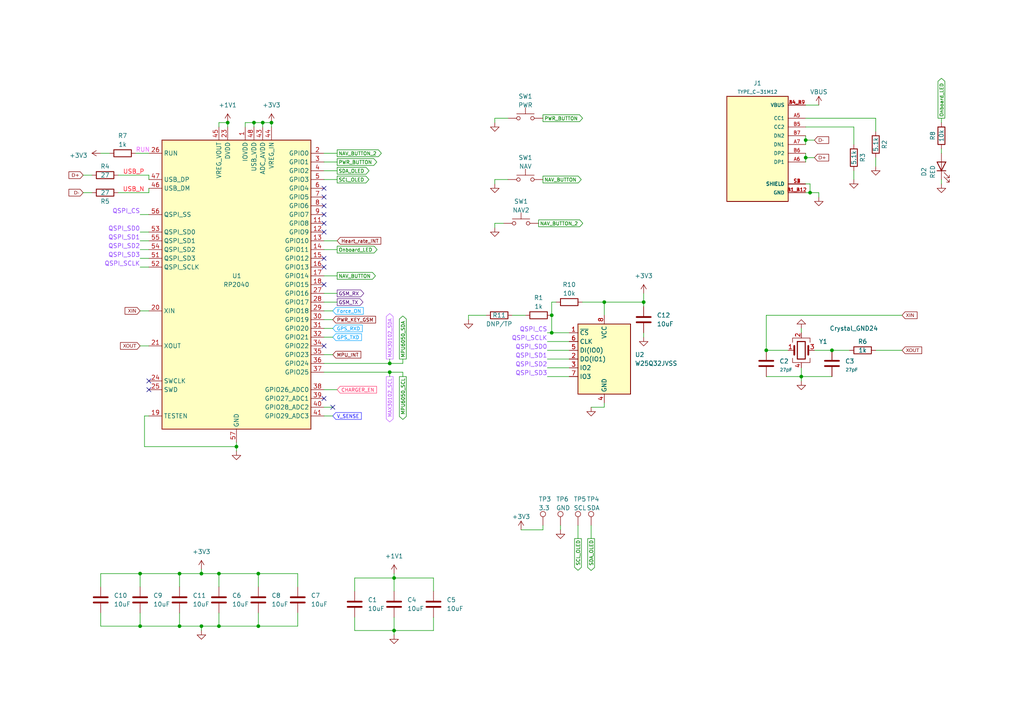
<source format=kicad_sch>
(kicad_sch (version 20230121) (generator eeschema)
  (paper "A4")
  (lib_symbols
    (symbol "Connector:TestPoint" (pin_numbers hide) (pin_names (offset 0.762) hide)
      (property "Reference" "TP" (at 0 6.858 0))
      (property "Value" "TestPoint" (at 0 5.08 0))
      (symbol "TestPoint_0_1"
        (circle (center 0 3.302) (radius 0.762))
      )
      (symbol "TestPoint_1_1"
        (pin passive line (at 0 0 90) (length 2.54) (name "1") (number "1"))
      )
    )
    (symbol "Device:C" (pin_numbers hide) (pin_names (offset 0.254))
      (property "Reference" "C" (at 0.635 2.54 0))
      (property "Value" "C" (at 0.635 -2.54 0))
      (symbol "C_0_1"
        (polyline (pts (xy -2.032 -0.762) (xy 2.032 -0.762)) (stroke (width 0.508)))
        (polyline (pts (xy -2.032 0.762) (xy 2.032 0.762)) (stroke (width 0.508)))
      )
      (symbol "C_1_1"
        (pin passive line (at 0 3.81 270) (length 2.794) (name "~") (number "1"))
        (pin passive line (at 0 -3.81 90) (length 2.794) (name "~") (number "2"))
      )
    )
    (symbol "Device:Crystal_GND24" (pin_names (offset 1.016) hide)
      (property "Reference" "Y" (at 3.175 5.08 0))
      (property "Value" "Crystal_GND24" (at 3.175 3.175 0))
      (symbol "Crystal_GND24_0_1"
        (rectangle (start -1.143 2.54) (end 1.143 -2.54) (stroke (width 0.3048)))
        (polyline (pts (xy -2.54 0) (xy -2.032 0)))
        (polyline (pts (xy -2.032 -1.27) (xy -2.032 1.27)) (stroke (width 0.508)))
        (polyline (pts (xy 0 -3.81) (xy 0 -3.556)))
        (polyline (pts (xy 0 3.556) (xy 0 3.81)))
        (polyline (pts (xy 2.032 -1.27) (xy 2.032 1.27)) (stroke (width 0.508)))
        (polyline (pts (xy 2.032 0) (xy 2.54 0)))
        (polyline (pts (xy -2.54 -2.286) (xy -2.54 -3.556) (xy 2.54 -3.556) (xy 2.54 -2.286)))
        (polyline (pts (xy -2.54 2.286) (xy -2.54 3.556) (xy 2.54 3.556) (xy 2.54 2.286)))
      )
      (symbol "Crystal_GND24_1_1"
        (pin passive line (at -3.81 0 0) (length 1.27) (name "1") (number "1"))
        (pin passive line (at 0 5.08 270) (length 1.27) (name "2") (number "2"))
        (pin passive line (at 3.81 0 180) (length 1.27) (name "3") (number "3"))
        (pin passive line (at 0 -5.08 90) (length 1.27) (name "4") (number "4"))
      )
    )
    (symbol "Device:LED" (pin_numbers hide) (pin_names (offset 1.016) hide)
      (property "Reference" "D" (at 0 2.54 0))
      (property "Value" "LED" (at 0 -2.54 0))
      (symbol "LED_0_1"
        (polyline (pts (xy -1.27 -1.27) (xy -1.27 1.27)) (stroke (width 0.254)))
        (polyline (pts (xy -1.27 0) (xy 1.27 0)))
        (polyline (pts (xy 1.27 -1.27) (xy 1.27 1.27) (xy -1.27 0) (xy 1.27 -1.27)) (stroke (width 0.254)))
        (polyline (pts (xy -3.048 -0.762) (xy -4.572 -2.286) (xy -3.81 -2.286) (xy -4.572 -2.286) (xy -4.572 -1.524)))
        (polyline (pts (xy -1.778 -0.762) (xy -3.302 -2.286) (xy -2.54 -2.286) (xy -3.302 -2.286) (xy -3.302 -1.524)))
      )
      (symbol "LED_1_1"
        (pin passive line (at -3.81 0 0) (length 2.54) (name "K") (number "1"))
        (pin passive line (at 3.81 0 180) (length 2.54) (name "A") (number "2"))
      )
    )
    (symbol "Device:R" (pin_numbers hide) (pin_names (offset 0))
      (property "Reference" "R" (at 2.032 0 90))
      (property "Value" "R" (at 0 0 90))
      (symbol "R_0_1"
        (rectangle (start -1.016 -2.54) (end 1.016 2.54) (stroke (width 0.254)))
      )
      (symbol "R_1_1"
        (pin passive line (at 0 3.81 270) (length 1.27) (name "~") (number "1"))
        (pin passive line (at 0 -3.81 90) (length 1.27) (name "~") (number "2"))
      )
    )
    (symbol "MCU_RaspberryPi:RP2040"
      (property "Reference" "U" (at 17.78 45.72 0))
      (property "Value" "RP2040" (at 17.78 43.18 0))
      (symbol "RP2040_0_1"
        (rectangle (start -21.59 41.91) (end 21.59 -41.91) (stroke (width 0.254)) (fill (type background)))
      )
      (symbol "RP2040_1_1"
        (pin power_in line (at 2.54 45.72 270) (length 3.81) (name "IOVDD") (number "1"))
        (pin passive line (at 2.54 45.72 270) (length 3.81) hide (name "IOVDD") (number "10"))
        (pin bidirectional line (at 25.4 17.78 180) (length 3.81) (name "GPIO8") (number "11"))
        (pin bidirectional line (at 25.4 15.24 180) (length 3.81) (name "GPIO9") (number "12"))
        (pin bidirectional line (at 25.4 12.7 180) (length 3.81) (name "GPIO10") (number "13"))
        (pin bidirectional line (at 25.4 10.16 180) (length 3.81) (name "GPIO11") (number "14"))
        (pin bidirectional line (at 25.4 7.62 180) (length 3.81) (name "GPIO12") (number "15"))
        (pin bidirectional line (at 25.4 5.08 180) (length 3.81) (name "GPIO13") (number "16"))
        (pin bidirectional line (at 25.4 2.54 180) (length 3.81) (name "GPIO14") (number "17"))
        (pin bidirectional line (at 25.4 0 180) (length 3.81) (name "GPIO15") (number "18"))
        (pin input line (at -25.4 -38.1 0) (length 3.81) (name "TESTEN") (number "19"))
        (pin bidirectional line (at 25.4 38.1 180) (length 3.81) (name "GPIO0") (number "2"))
        (pin input line (at -25.4 -7.62 0) (length 3.81) (name "XIN") (number "20"))
        (pin passive line (at -25.4 -17.78 0) (length 3.81) (name "XOUT") (number "21"))
        (pin passive line (at 2.54 45.72 270) (length 3.81) hide (name "IOVDD") (number "22"))
        (pin power_in line (at -2.54 45.72 270) (length 3.81) (name "DVDD") (number "23"))
        (pin input line (at -25.4 -27.94 0) (length 3.81) (name "SWCLK") (number "24"))
        (pin bidirectional line (at -25.4 -30.48 0) (length 3.81) (name "SWD") (number "25"))
        (pin input line (at -25.4 38.1 0) (length 3.81) (name "RUN") (number "26"))
        (pin bidirectional line (at 25.4 -2.54 180) (length 3.81) (name "GPIO16") (number "27"))
        (pin bidirectional line (at 25.4 -5.08 180) (length 3.81) (name "GPIO17") (number "28"))
        (pin bidirectional line (at 25.4 -7.62 180) (length 3.81) (name "GPIO18") (number "29"))
        (pin bidirectional line (at 25.4 35.56 180) (length 3.81) (name "GPIO1") (number "3"))
        (pin bidirectional line (at 25.4 -10.16 180) (length 3.81) (name "GPIO19") (number "30"))
        (pin bidirectional line (at 25.4 -12.7 180) (length 3.81) (name "GPIO20") (number "31"))
        (pin bidirectional line (at 25.4 -15.24 180) (length 3.81) (name "GPIO21") (number "32"))
        (pin passive line (at 2.54 45.72 270) (length 3.81) hide (name "IOVDD") (number "33"))
        (pin bidirectional line (at 25.4 -17.78 180) (length 3.81) (name "GPIO22") (number "34"))
        (pin bidirectional line (at 25.4 -20.32 180) (length 3.81) (name "GPIO23") (number "35"))
        (pin bidirectional line (at 25.4 -22.86 180) (length 3.81) (name "GPIO24") (number "36"))
        (pin bidirectional line (at 25.4 -25.4 180) (length 3.81) (name "GPIO25") (number "37"))
        (pin bidirectional line (at 25.4 -30.48 180) (length 3.81) (name "GPIO26_ADC0") (number "38"))
        (pin bidirectional line (at 25.4 -33.02 180) (length 3.81) (name "GPIO27_ADC1") (number "39"))
        (pin bidirectional line (at 25.4 33.02 180) (length 3.81) (name "GPIO2") (number "4"))
        (pin bidirectional line (at 25.4 -35.56 180) (length 3.81) (name "GPIO28_ADC2") (number "40"))
        (pin bidirectional line (at 25.4 -38.1 180) (length 3.81) (name "GPIO29_ADC3") (number "41"))
        (pin passive line (at 2.54 45.72 270) (length 3.81) hide (name "IOVDD") (number "42"))
        (pin power_in line (at 7.62 45.72 270) (length 3.81) (name "ADC_AVDD") (number "43"))
        (pin power_in line (at 10.16 45.72 270) (length 3.81) (name "VREG_IN") (number "44"))
        (pin power_out line (at -5.08 45.72 270) (length 3.81) (name "VREG_VOUT") (number "45"))
        (pin bidirectional line (at -25.4 27.94 0) (length 3.81) (name "USB_DM") (number "46"))
        (pin bidirectional line (at -25.4 30.48 0) (length 3.81) (name "USB_DP") (number "47"))
        (pin power_in line (at 5.08 45.72 270) (length 3.81) (name "USB_VDD") (number "48"))
        (pin passive line (at 2.54 45.72 270) (length 3.81) hide (name "IOVDD") (number "49"))
        (pin bidirectional line (at 25.4 30.48 180) (length 3.81) (name "GPIO3") (number "5"))
        (pin passive line (at -2.54 45.72 270) (length 3.81) hide (name "DVDD") (number "50"))
        (pin bidirectional line (at -25.4 7.62 0) (length 3.81) (name "QSPI_SD3") (number "51"))
        (pin output line (at -25.4 5.08 0) (length 3.81) (name "QSPI_SCLK") (number "52"))
        (pin bidirectional line (at -25.4 15.24 0) (length 3.81) (name "QSPI_SD0") (number "53"))
        (pin bidirectional line (at -25.4 10.16 0) (length 3.81) (name "QSPI_SD2") (number "54"))
        (pin bidirectional line (at -25.4 12.7 0) (length 3.81) (name "QSPI_SD1") (number "55"))
        (pin bidirectional line (at -25.4 20.32 0) (length 3.81) (name "QSPI_SS") (number "56"))
        (pin power_in line (at 0 -45.72 90) (length 3.81) (name "GND") (number "57"))
        (pin bidirectional line (at 25.4 27.94 180) (length 3.81) (name "GPIO4") (number "6"))
        (pin bidirectional line (at 25.4 25.4 180) (length 3.81) (name "GPIO5") (number "7"))
        (pin bidirectional line (at 25.4 22.86 180) (length 3.81) (name "GPIO6") (number "8"))
        (pin bidirectional line (at 25.4 20.32 180) (length 3.81) (name "GPIO7") (number "9"))
      )
    )
    (symbol "Memory_Flash:W25Q32JVSS"
      (property "Reference" "U" (at -6.35 11.43 0))
      (property "Value" "W25Q32JVSS" (at 7.62 11.43 0))
      (symbol "W25Q32JVSS_0_1"
        (rectangle (start -7.62 10.16) (end 7.62 -10.16) (stroke (width 0.254)) (fill (type background)))
      )
      (symbol "W25Q32JVSS_1_1"
        (pin input line (at -10.16 7.62 0) (length 2.54) (name "~{CS}") (number "1"))
        (pin bidirectional line (at -10.16 0 0) (length 2.54) (name "DO(IO1)") (number "2"))
        (pin bidirectional line (at -10.16 -2.54 0) (length 2.54) (name "IO2") (number "3"))
        (pin power_in line (at 0 -12.7 90) (length 2.54) (name "GND") (number "4"))
        (pin bidirectional line (at -10.16 2.54 0) (length 2.54) (name "DI(IO0)") (number "5"))
        (pin input line (at -10.16 5.08 0) (length 2.54) (name "CLK") (number "6"))
        (pin bidirectional line (at -10.16 -5.08 0) (length 2.54) (name "IO3") (number "7"))
        (pin power_in line (at 0 12.7 270) (length 2.54) (name "VCC") (number "8"))
      )
    )
    (symbol "Switch:SW_Push" (pin_numbers hide) (pin_names (offset 1.016) hide)
      (property "Reference" "SW" (at 1.27 2.54 0))
      (property "Value" "SW_Push" (at 0 -1.524 0))
      (symbol "SW_Push_0_1"
        (circle (center -2.032 0) (radius 0.508))
        (polyline (pts (xy 0 1.27) (xy 0 3.048)))
        (polyline (pts (xy 2.54 1.27) (xy -2.54 1.27)))
        (circle (center 2.032 0) (radius 0.508))
        (pin passive line (at -5.08 0 0) (length 2.54) (name "1") (number "1"))
        (pin passive line (at 5.08 0 180) (length 2.54) (name "2") (number "2"))
      )
    )
    (symbol "TYPE-C-31-M-12:TYPE-C-31-M-12" (pin_names (offset 1.016))
      (property "Reference" "J1" (at 0 17.78 0))
      (property "Value" "TYPE_C-31M12" (at 0 15.24 0))
      (symbol "TYPE-C-31-M-12_0_0"
        (rectangle (start -8.89 13.97) (end 8.89 -16.51) (stroke (width 0.254)) (fill (type background)))
        (pin power_in line (at 13.97 -13.97 180) (length 5.08) (name "GND") (number "A1_B12"))
        (pin power_in line (at 13.97 11.43 180) (length 5.08) (name "VBUS") (number "A4_B9"))
        (pin bidirectional line (at 13.97 7.62 180) (length 5.08) (name "CC1") (number "A5"))
        (pin bidirectional line (at 13.97 -5.08 180) (length 5.08) (name "DP1") (number "A6"))
        (pin bidirectional line (at 13.97 0 180) (length 5.08) (name "DN1") (number "A7"))
        (pin power_in line (at 13.97 -13.97 180) (length 5.08) (name "GND") (number "B1_A12"))
        (pin power_in line (at 13.97 11.43 180) (length 5.08) (name "VBUS") (number "B4_A9"))
        (pin bidirectional line (at 13.97 5.08 180) (length 5.08) (name "CC2") (number "B5"))
        (pin bidirectional line (at 13.97 -2.54 180) (length 5.08) (name "DP2") (number "B6"))
        (pin bidirectional line (at 13.97 2.54 180) (length 5.08) (name "DN2") (number "B7"))
        (pin passive line (at 13.97 -11.43 180) (length 5.08) (name "SHIELD") (number "S1"))
        (pin passive line (at 13.97 -11.43 180) (length 5.08) (name "SHIELD") (number "S2"))
        (pin passive line (at 13.97 -11.43 180) (length 5.08) (name "SHIELD") (number "S3"))
        (pin passive line (at 13.97 -11.43 180) (length 5.08) (name "SHIELD") (number "S4"))
      )
    )
    (symbol "power:+1V1" (power) (pin_names (offset 0))
      (property "Value" "+1V1" (at 0 3.556 0))
      (symbol "+1V1_0_1"
        (polyline (pts (xy -0.762 1.27) (xy 0 2.54)))
        (polyline (pts (xy 0 0) (xy 0 2.54)))
        (polyline (pts (xy 0 2.54) (xy 0.762 1.27)))
      )
      (symbol "+1V1_1_1"
        (pin power_in line (at 0 0 90) (length 0) hide (name "+1V1") (number "1"))
      )
    )
    (symbol "power:+3V3" (power) (pin_names (offset 0))
      (property "Value" "+3V3" (at 0 3.556 0))
      (symbol "+3V3_0_1"
        (polyline (pts (xy -0.762 1.27) (xy 0 2.54)))
        (polyline (pts (xy 0 0) (xy 0 2.54)))
        (polyline (pts (xy 0 2.54) (xy 0.762 1.27)))
      )
      (symbol "+3V3_1_1"
        (pin power_in line (at 0 0 90) (length 0) hide (name "+3V3") (number "1"))
      )
    )
    (symbol "power:GND" (power) (pin_names (offset 0))
      (property "Value" "GND" (at 0 -3.81 0))
      (symbol "GND_0_1"
        (polyline (pts (xy 0 0) (xy 0 -1.27) (xy 1.27 -1.27) (xy 0 -2.54) (xy -1.27 -1.27) (xy 0 -1.27)))
      )
      (symbol "GND_1_1"
        (pin power_in line (at 0 0 270) (length 0) hide (name "GND") (number "1"))
      )
    )
    (symbol "power:VBUS" (power) (pin_names (offset 0))
      (property "Value" "VBUS" (at 0 3.81 0))
      (symbol "VBUS_0_1"
        (polyline (pts (xy -0.762 1.27) (xy 0 2.54)))
        (polyline (pts (xy 0 0) (xy 0 2.54)))
        (polyline (pts (xy 0 2.54) (xy 0.762 1.27)))
      )
      (symbol "VBUS_1_1"
        (pin power_in line (at 0 0 90) (length 0) hide (name "VBUS") (number "1"))
      )
    )
  )
  (junction (at 113.03 107.95))
  (junction (at 186.69 87.63))
  (junction (at 63.5 181.61))
  (junction (at 73.66 35.56))
  (junction (at 233.68 45.72))
  (junction (at 63.5 166.37))
  (junction (at 40.64 166.37))
  (junction (at 222.25 101.6))
  (junction (at 114.3 182.88))
  (junction (at 234.95 55.88))
  (junction (at 58.42 166.37))
  (junction (at 58.42 181.61))
  (junction (at 175.26 87.63))
  (junction (at 76.2 35.56))
  (junction (at 232.41 109.22))
  (junction (at 74.93 181.61))
  (junction (at 241.3 101.6))
  (junction (at 233.68 40.64))
  (junction (at 52.07 166.37))
  (junction (at 160.02 96.52))
  (junction (at 113.03 105.41))
  (junction (at 40.64 181.61))
  (junction (at 160.02 91.44))
  (junction (at 66.04 35.56))
  (junction (at 74.93 166.37))
  (junction (at 68.58 129.54))
  (junction (at 78.74 35.56))
  (junction (at 114.3 167.64))
  (junction (at 52.07 181.61))
  (no_connect (at 93.98 67.31))
  (no_connect (at 93.98 54.61))
  (no_connect (at 96.52 118.11))
  (no_connect (at 93.98 59.69))
  (no_connect (at 93.98 82.55))
  (no_connect (at 93.98 100.33))
  (no_connect (at 93.98 57.15))
  (no_connect (at 43.18 113.03))
  (no_connect (at 93.98 64.77))
  (no_connect (at 93.98 74.93))
  (no_connect (at 93.98 62.23))
  (no_connect (at 43.18 110.49))
  (no_connect (at 93.98 77.47))
  (no_connect (at 93.98 115.57))
  (wire (pts (xy 135.89 92.71) (xy 135.89 91.44)))
  (wire (pts (xy 116.84 104.14) (xy 116.84 105.41)))
  (wire (pts (xy 143.51 34.29) (xy 147.32 34.29)))
  (wire (pts (xy 97.79 113.03) (xy 93.98 113.03)))
  (wire (pts (xy 158.75 99.06) (xy 165.1 99.06)))
  (wire (pts (xy 160.02 87.63) (xy 161.29 87.63)))
  (wire (pts (xy 273.05 53.34) (xy 273.05 52.07)))
  (wire (pts (xy 143.51 35.56) (xy 143.51 34.29)))
  (wire (pts (xy 102.87 167.64) (xy 114.3 167.64)))
  (wire (pts (xy 40.64 69.85) (xy 43.18 69.85)))
  (wire (pts (xy 160.02 96.52) (xy 165.1 96.52)))
  (wire (pts (xy 237.49 55.88) (xy 237.49 57.15)))
  (wire (pts (xy 97.79 80.01) (xy 93.98 80.01)))
  (wire (pts (xy 40.64 77.47) (xy 43.18 77.47)))
  (wire (pts (xy 97.79 72.39) (xy 93.98 72.39)))
  (wire (pts (xy 96.52 102.87) (xy 93.98 102.87)))
  (wire (pts (xy 158.75 106.68) (xy 165.1 106.68)))
  (wire (pts (xy 71.12 35.56) (xy 73.66 35.56)))
  (wire (pts (xy 40.64 72.39) (xy 43.18 72.39)))
  (wire (pts (xy 97.79 49.53) (xy 93.98 49.53)))
  (wire (pts (xy 39.37 44.45) (xy 43.18 44.45)))
  (wire (pts (xy 168.91 87.63) (xy 175.26 87.63)))
  (wire (pts (xy 158.75 101.6) (xy 165.1 101.6)))
  (wire (pts (xy 273.05 44.45) (xy 273.05 43.18)))
  (wire (pts (xy 232.41 106.68) (xy 232.41 109.22)))
  (wire (pts (xy 186.69 96.52) (xy 186.69 97.79)))
  (wire (pts (xy 63.5 36.83) (xy 63.5 35.56)))
  (wire (pts (xy 148.59 91.44) (xy 152.4 91.44)))
  (wire (pts (xy 232.41 95.25) (xy 232.41 96.52)))
  (wire (pts (xy 97.79 87.63) (xy 93.98 87.63)))
  (wire (pts (xy 114.3 166.37) (xy 114.3 167.64)))
  (wire (pts (xy 97.79 44.45) (xy 93.98 44.45)))
  (wire (pts (xy 86.36 181.61) (xy 86.36 177.8)))
  (wire (pts (xy 125.73 167.64) (xy 125.73 171.45)))
  (wire (pts (xy 167.64 156.21) (xy 167.64 152.4)))
  (wire (pts (xy 237.49 30.48) (xy 233.68 30.48)))
  (wire (pts (xy 261.62 91.44) (xy 222.25 91.44)))
  (wire (pts (xy 41.91 120.65) (xy 41.91 129.54)))
  (wire (pts (xy 114.3 182.88) (xy 114.3 184.15)))
  (wire (pts (xy 93.98 105.41) (xy 113.03 105.41)))
  (wire (pts (xy 175.26 116.84) (xy 175.26 118.11)))
  (wire (pts (xy 71.12 36.83) (xy 71.12 35.56)))
  (wire (pts (xy 78.74 35.56) (xy 78.74 36.83)))
  (wire (pts (xy 162.56 153.67) (xy 162.56 152.4)))
  (wire (pts (xy 58.42 166.37) (xy 63.5 166.37)))
  (wire (pts (xy 113.03 107.95) (xy 116.84 107.95)))
  (wire (pts (xy 29.21 181.61) (xy 40.64 181.61)))
  (wire (pts (xy 247.65 49.53) (xy 247.65 52.07)))
  (wire (pts (xy 93.98 107.95) (xy 113.03 107.95)))
  (wire (pts (xy 102.87 179.07) (xy 102.87 182.88)))
  (wire (pts (xy 160.02 91.44) (xy 160.02 96.52)))
  (wire (pts (xy 97.79 69.85) (xy 93.98 69.85)))
  (wire (pts (xy 73.66 35.56) (xy 76.2 35.56)))
  (wire (pts (xy 63.5 177.8) (xy 63.5 181.61)))
  (wire (pts (xy 232.41 109.22) (xy 222.25 109.22)))
  (wire (pts (xy 233.68 34.29) (xy 254 34.29)))
  (wire (pts (xy 233.68 36.83) (xy 247.65 36.83)))
  (wire (pts (xy 254 45.72) (xy 254 48.26)))
  (wire (pts (xy 96.52 120.65) (xy 93.98 120.65)))
  (wire (pts (xy 40.64 170.18) (xy 40.64 166.37)))
  (wire (pts (xy 222.25 91.44) (xy 222.25 101.6)))
  (wire (pts (xy 40.64 67.31) (xy 43.18 67.31)))
  (wire (pts (xy 40.64 62.23) (xy 43.18 62.23)))
  (wire (pts (xy 24.13 50.8) (xy 26.67 50.8)))
  (wire (pts (xy 97.79 85.09) (xy 93.98 85.09)))
  (wire (pts (xy 233.68 45.72) (xy 233.68 46.99)))
  (wire (pts (xy 43.18 50.8) (xy 43.18 52.07)))
  (wire (pts (xy 58.42 181.61) (xy 63.5 181.61)))
  (wire (pts (xy 273.05 34.29) (xy 273.05 35.56)))
  (wire (pts (xy 97.79 46.99) (xy 93.98 46.99)))
  (wire (pts (xy 241.3 101.6) (xy 246.38 101.6)))
  (wire (pts (xy 76.2 35.56) (xy 78.74 35.56)))
  (wire (pts (xy 93.98 97.79) (xy 96.52 97.79)))
  (wire (pts (xy 40.64 177.8) (xy 40.64 181.61)))
  (wire (pts (xy 52.07 166.37) (xy 58.42 166.37)))
  (wire (pts (xy 113.03 109.22) (xy 113.03 107.95)))
  (wire (pts (xy 143.51 52.07) (xy 147.32 52.07)))
  (wire (pts (xy 29.21 177.8) (xy 29.21 181.61)))
  (wire (pts (xy 96.52 92.71) (xy 93.98 92.71)))
  (wire (pts (xy 74.93 181.61) (xy 86.36 181.61)))
  (wire (pts (xy 233.68 55.88) (xy 234.95 55.88)))
  (wire (pts (xy 86.36 166.37) (xy 86.36 170.18)))
  (wire (pts (xy 40.64 74.93) (xy 43.18 74.93)))
  (wire (pts (xy 74.93 177.8) (xy 74.93 181.61)))
  (wire (pts (xy 76.2 35.56) (xy 76.2 36.83)))
  (wire (pts (xy 186.69 87.63) (xy 186.69 88.9)))
  (wire (pts (xy 175.26 118.11) (xy 171.45 118.11)))
  (wire (pts (xy 66.04 35.56) (xy 66.04 36.83)))
  (wire (pts (xy 143.51 66.04) (xy 143.51 64.77)))
  (wire (pts (xy 97.79 52.07) (xy 93.98 52.07)))
  (wire (pts (xy 96.52 95.25) (xy 93.98 95.25)))
  (wire (pts (xy 135.89 91.44) (xy 140.97 91.44)))
  (wire (pts (xy 175.26 87.63) (xy 186.69 87.63)))
  (wire (pts (xy 68.58 129.54) (xy 68.58 128.27)))
  (wire (pts (xy 52.07 166.37) (xy 52.07 170.18)))
  (wire (pts (xy 254 34.29) (xy 254 38.1)))
  (wire (pts (xy 41.91 129.54) (xy 68.58 129.54)))
  (wire (pts (xy 233.68 39.37) (xy 233.68 40.64)))
  (wire (pts (xy 63.5 166.37) (xy 63.5 170.18)))
  (wire (pts (xy 29.21 44.45) (xy 31.75 44.45)))
  (wire (pts (xy 158.75 109.22) (xy 165.1 109.22)))
  (wire (pts (xy 232.41 109.22) (xy 241.3 109.22)))
  (wire (pts (xy 151.13 153.67) (xy 157.48 153.67)))
  (wire (pts (xy 158.75 104.14) (xy 165.1 104.14)))
  (wire (pts (xy 58.42 165.1) (xy 58.42 166.37)))
  (wire (pts (xy 254 101.6) (xy 261.62 101.6)))
  (wire (pts (xy 116.84 107.95) (xy 116.84 109.22)))
  (wire (pts (xy 233.68 45.72) (xy 236.22 45.72)))
  (wire (pts (xy 114.3 182.88) (xy 125.73 182.88)))
  (wire (pts (xy 175.26 91.44) (xy 175.26 87.63)))
  (wire (pts (xy 73.66 35.56) (xy 73.66 36.83)))
  (wire (pts (xy 114.3 167.64) (xy 125.73 167.64)))
  (wire (pts (xy 63.5 166.37) (xy 74.93 166.37)))
  (wire (pts (xy 222.25 101.6) (xy 228.6 101.6)))
  (wire (pts (xy 114.3 179.07) (xy 114.3 182.88)))
  (wire (pts (xy 143.51 53.34) (xy 143.51 52.07)))
  (wire (pts (xy 157.48 153.67) (xy 157.48 152.4)))
  (wire (pts (xy 236.22 101.6) (xy 241.3 101.6)))
  (wire (pts (xy 34.29 55.88) (xy 43.18 55.88)))
  (wire (pts (xy 93.98 90.17) (xy 96.52 90.17)))
  (wire (pts (xy 96.52 118.11) (xy 93.98 118.11)))
  (wire (pts (xy 114.3 167.64) (xy 114.3 171.45)))
  (wire (pts (xy 74.93 166.37) (xy 74.93 170.18)))
  (wire (pts (xy 186.69 85.09) (xy 186.69 87.63)))
  (wire (pts (xy 68.58 129.54) (xy 68.58 130.81)))
  (wire (pts (xy 29.21 166.37) (xy 40.64 166.37)))
  (wire (pts (xy 233.68 53.34) (xy 234.95 53.34)))
  (wire (pts (xy 63.5 181.61) (xy 74.93 181.61)))
  (wire (pts (xy 102.87 182.88) (xy 114.3 182.88)))
  (wire (pts (xy 233.68 44.45) (xy 233.68 45.72)))
  (wire (pts (xy 116.84 105.41) (xy 113.03 105.41)))
  (wire (pts (xy 233.68 40.64) (xy 233.68 41.91)))
  (wire (pts (xy 125.73 182.88) (xy 125.73 179.07)))
  (wire (pts (xy 52.07 177.8) (xy 52.07 181.61)))
  (wire (pts (xy 34.29 50.8) (xy 43.18 50.8)))
  (wire (pts (xy 74.93 166.37) (xy 86.36 166.37)))
  (wire (pts (xy 232.41 109.22) (xy 232.41 110.49)))
  (wire (pts (xy 233.68 40.64) (xy 236.22 40.64)))
  (wire (pts (xy 43.18 120.65) (xy 41.91 120.65)))
  (wire (pts (xy 58.42 181.61) (xy 58.42 182.88)))
  (wire (pts (xy 234.95 55.88) (xy 237.49 55.88)))
  (wire (pts (xy 40.64 90.17) (xy 43.18 90.17)))
  (wire (pts (xy 247.65 36.83) (xy 247.65 41.91)))
  (wire (pts (xy 40.64 181.61) (xy 52.07 181.61)))
  (wire (pts (xy 158.75 96.52) (xy 160.02 96.52)))
  (wire (pts (xy 24.13 55.88) (xy 26.67 55.88)))
  (wire (pts (xy 29.21 170.18) (xy 29.21 166.37)))
  (wire (pts (xy 160.02 87.63) (xy 160.02 91.44)))
  (wire (pts (xy 40.64 166.37) (xy 52.07 166.37)))
  (wire (pts (xy 102.87 167.64) (xy 102.87 171.45)))
  (wire (pts (xy 234.95 53.34) (xy 234.95 55.88)))
  (wire (pts (xy 171.45 156.21) (xy 171.45 152.4)))
  (wire (pts (xy 40.64 100.33) (xy 43.18 100.33)))
  (wire (pts (xy 113.03 104.14) (xy 113.03 105.41)))
  (wire (pts (xy 63.5 35.56) (xy 66.04 35.56)))
  (wire (pts (xy 43.18 55.88) (xy 43.18 54.61)))
  (wire (pts (xy 52.07 181.61) (xy 58.42 181.61)))
  (wire (pts (xy 143.51 64.77) (xy 146.05 64.77)))
  (label "RUN" (at 39.37 44.45 0))
  (label "QSPI_CS" (at 158.75 96.52 180))
  (label "QSPI_SCLK" (at 40.64 77.47 180))
  (label "QSPI_SD1" (at 40.64 69.85 180))
  (label "USB_P" (at 41.91 50.8 180))
  (label "USB_N" (at 41.91 55.88 180))
  (label "QSPI_SD1" (at 158.75 104.14 180))
  (label "QSPI_SD2" (at 158.75 106.68 180))
  (label "QSPI_SD0" (at 158.75 101.6 180))
  (label "QSPI_SD0" (at 40.64 67.31 180))
  (label "QSPI_SD2" (at 40.64 72.39 180))
  (label "QSPI_SD3" (at 40.64 74.93 180))
  (label "QSPI_SCLK" (at 158.75 99.06 180))
  (label "QSPI_SD3" (at 158.75 109.22 180))
  (label "QSPI_CS" (at 40.64 62.23 180))
  (global_label "Heart_rate_INT" (shape input) (at 97.79 69.85 0) (effects (font (size 1 1))) (property "Intersheetrefs" "${INTERSHEET_REFS}" (effects hide)))
  (global_label "XOUT" (shape input) (at 261.62 101.6 0) (effects (font (size 1 1))) (property "Intersheetrefs" "${INTERSHEET_REFS}" (effects hide)))
  (global_label "Force_ON" (shape input) (at 96.52 90.17 0) (effects (font (size 1 1))) (property "Intersheetrefs" "${INTERSHEET_REFS}" (effects hide)))
  (global_label "D+" (shape input) (at 24.13 50.8 180) (effects (font (size 1 1))) (property "Intersheetrefs" "${INTERSHEET_REFS}" (effects hide)))
  (global_label "GPS_RXD" (shape input) (at 96.52 95.25 0) (effects (font (size 1 1))) (property "Intersheetrefs" "${INTERSHEET_REFS}" (effects hide)))
  (global_label "MPU6050_SCL" (shape output) (at 116.84 109.22 270) (effects (font (size 1 1))) (property "Intersheetrefs" "${INTERSHEET_REFS}" (effects hide)))
  (global_label "GSM_RX" (shape output) (at 97.79 85.09 0) (effects (font (size 1 1))) (property "Intersheetrefs" "${INTERSHEET_REFS}" (effects hide)))
  (global_label "D-" (shape input) (at 24.13 55.88 180) (effects (font (size 1 1))) (property "Intersheetrefs" "${INTERSHEET_REFS}" (effects hide)))
  (global_label "XIN" (shape input) (at 261.62 91.44 0) (effects (font (size 1 1))) (property "Intersheetrefs" "${INTERSHEET_REFS}" (effects hide)))
  (global_label "MAX30102_SDA" (shape output) (at 113.03 104.14 90) (effects (font (size 1 1))) (property "Intersheetrefs" "${INTERSHEET_REFS}" (effects hide)))
  (global_label "XOUT" (shape input) (at 40.64 100.33 180) (effects (font (size 1 1))) (property "Intersheetrefs" "${INTERSHEET_REFS}" (effects hide)))
  (global_label "PWR_BUTTON" (shape output) (at 97.79 46.99 0) (effects (font (size 1 1))) (property "Intersheetrefs" "${INTERSHEET_REFS}" (effects hide)))
  (global_label "MPU_INT" (shape input) (at 96.52 102.87 0) (effects (font (size 1 1))) (property "Intersheetrefs" "${INTERSHEET_REFS}" (effects hide)))
  (global_label "MAX30102_SCL" (shape output) (at 113.03 109.22 270) (effects (font (size 1 1))) (property "Intersheetrefs" "${INTERSHEET_REFS}" (effects hide)))
  (global_label "XIN" (shape input) (at 40.64 90.17 180) (effects (font (size 1 1))) (property "Intersheetrefs" "${INTERSHEET_REFS}" (effects hide)))
  (global_label "D+" (shape input) (at 236.22 45.72 0) (effects (font (size 1 1))) (property "Intersheetrefs" "${INTERSHEET_REFS}" (effects hide)))
  (global_label "D-" (shape input) (at 236.22 40.64 0) (effects (font (size 1 1))) (property "Intersheetrefs" "${INTERSHEET_REFS}" (effects hide)))
  (global_label "GPS_TXD" (shape input) (at 96.52 97.79 0) (effects (font (size 1 1))) (property "Intersheetrefs" "${INTERSHEET_REFS}" (effects hide)))
  (global_label "NAV_BUTTON_2" (shape output) (at 156.21 64.77 0) (effects (font (size 1 1))) (property "Intersheetrefs" "${INTERSHEET_REFS}" (effects hide)))
  (global_label "MPU6050_SDA" (shape output) (at 116.84 104.14 90) (effects (font (size 1 1))) (property "Intersheetrefs" "${INTERSHEET_REFS}" (effects hide)))
  (global_label "SCL_OLED" (shape output) (at 167.64 156.21 270) (effects (font (size 1 1))) (property "Intersheetrefs" "${INTERSHEET_REFS}" (effects hide)))
  (global_label "GSM_TX" (shape output) (at 97.79 87.63 0) (effects (font (size 1 1))) (property "Intersheetrefs" "${INTERSHEET_REFS}" (effects hide)))
  (global_label "SCL_OLED" (shape output) (at 97.79 52.07 0) (effects (font (size 1 1))) (property "Intersheetrefs" "${INTERSHEET_REFS}" (effects hide)))
  (global_label "NAV_BUTTON" (shape output) (at 157.48 52.07 0) (effects (font (size 1 1))) (property "Intersheetrefs" "${INTERSHEET_REFS}" (effects hide)))
  (global_label "PWR_BUTTON" (shape output) (at 157.48 34.29 0) (effects (font (size 1 1))) (property "Intersheetrefs" "${INTERSHEET_REFS}" (effects hide)))
  (global_label "PWR_KEY_GSM" (shape input) (at 96.52 92.71 0) (effects (font (size 1 1))) (property "Intersheetrefs" "${INTERSHEET_REFS}" (effects hide)))
  (global_label "Onboard_LED" (shape output) (at 97.79 72.39 0) (effects (font (size 1 1))) (property "Intersheetrefs" "${INTERSHEET_REFS}" (effects hide)))
  (global_label "SDA_OLED" (shape output) (at 97.79 49.53 0) (effects (font (size 1 1))) (property "Intersheetrefs" "${INTERSHEET_REFS}" (effects hide)))
  (global_label "Onboard_LED" (shape output) (at 273.05 34.29 90) (effects (font (size 1 1))) (property "Intersheetrefs" "${INTERSHEET_REFS}" (effects hide)))
  (global_label "NAV_BUTTON" (shape output) (at 97.79 80.01 0) (effects (font (size 1 1))) (property "Intersheetrefs" "${INTERSHEET_REFS}" (effects hide)))
  (global_label "SDA_OLED" (shape output) (at 171.45 156.21 270) (effects (font (size 1 1))) (property "Intersheetrefs" "${INTERSHEET_REFS}" (effects hide)))
  (global_label "CHARGER_EN" (shape input) (at 97.79 113.03 0) (effects (font (size 1 1))) (property "Intersheetrefs" "${INTERSHEET_REFS}" (effects hide)))
  (global_label "V_SENSE" (shape input) (at 96.52 120.65 0) (effects (font (size 1 1))) (property "Intersheetrefs" "${INTERSHEET_REFS}" (effects hide)))
  (global_label "NAV_BUTTON_2" (shape output) (at 97.79 44.45 0) (effects (font (size 1 1))) (property "Intersheetrefs" "${INTERSHEET_REFS}" (effects hide)))
  (symbol (lib_id "Device:C") (at 241.3 105.41 0) (unit 1)
    (property "Reference" "C3" (at 245.11 104.775 0) (effects (justify left)))
    (property "Value" "27pF" (at 245.11 107.315 0) (effects (font (size 1 1)) (justify left)))
    (property "Footprint" "Capacitor_SMD:C_0402_1005Metric_Pad0.74x0.62mm_HandSolder" (effects hide))
    (instances (project "RP2040_SOS_band" (path "" (reference "C3") (unit 1)) (path "" (reference "C14") (unit 1))))
  )
  (symbol (lib_id "Device:R") (at 156.21 91.44 90) (unit 1)
    (property "Reference" "R1" (at 156.21 86.36 90))
    (property "Value" "1k" (at 156.21 88.9 90))
    (property "Footprint" "Resistor_SMD:R_0402_1005Metric_Pad0.72x0.64mm_HandSolder" (effects hide))
    (instances (project "RP2040_SOS_band" (path "" (reference "R1") (unit 1)) (path "" (reference "R4") (unit 1))))
  )
  (symbol (lib_id "Device:C") (at 114.3 175.26 0) (unit 1)
    (property "Reference" "C4" (at 118.11 173.99 0) (effects (justify left)))
    (property "Value" "10uF" (at 118.11 176.53 0) (effects (justify left)))
    (property "Footprint" "Capacitor_SMD:C_0402_1005Metric_Pad0.74x0.62mm_HandSolder" (effects hide))
    (instances (project "RP2040_SOS_band" (path "" (reference "C4") (unit 1)) (path "" (reference "C8") (unit 1))))
  )
  (symbol (lib_id "power:+3V3") (at 186.69 85.09 0) (unit 1)
    (property "Reference" "#PWR034" (effects hide))
    (property "Value" "+3V3" (at 186.69 80.01 0))
    (instances (project "RP2040_SOS_band" (path "" (reference "#PWR034") (unit 1)) (path "" (reference "#PWR014") (unit 1))))
  )
  (symbol (lib_id "Device:C") (at 74.93 173.99 0) (unit 1)
    (property "Reference" "C8" (at 78.74 172.72 0) (effects (justify left)))
    (property "Value" "10uF" (at 78.74 175.26 0) (effects (justify left)))
    (property "Footprint" "Capacitor_SMD:C_0402_1005Metric_Pad0.74x0.62mm_HandSolder" (effects hide))
    (instances (project "RP2040_SOS_band" (path "" (reference "C8") (unit 1)) (path "" (reference "C5") (unit 1))))
  )
  (symbol (lib_id "power:+1V1") (at 66.04 35.56 0) (unit 1)
    (property "Reference" "#PWR07" (effects hide))
    (property "Value" "+1V1" (at 66.04 30.48 0))
    (instances (project "RP2040_SOS_band" (path "" (reference "#PWR07") (unit 1)) (path "" (reference "#PWR04") (unit 1))))
  )
  (symbol (lib_id "power:GND") (at 186.69 97.79 0) (unit 1)
    (property "Reference" "#PWR015" (effects hide))
    (property "Value" "GND" (effects hide))
  )
  (symbol (lib_id "Device:C") (at 63.5 173.99 0) (unit 1)
    (property "Reference" "C6" (at 67.31 172.72 0) (effects (justify left)))
    (property "Value" "10uF" (at 67.31 175.26 0) (effects (justify left)))
    (property "Footprint" "Capacitor_SMD:C_0402_1005Metric_Pad0.74x0.62mm_HandSolder" (effects hide))
    (instances (project "RP2040_SOS_band" (path "" (reference "C6") (unit 1)) (path "" (reference "C4") (unit 1))))
  )
  (symbol (lib_id "Device:R") (at 165.1 87.63 270) (unit 1)
    (property "Reference" "R10" (at 165.1 82.55 90))
    (property "Value" "10k" (at 165.1 85.09 90))
    (property "Footprint" "Resistor_SMD:R_0402_1005Metric_Pad0.72x0.64mm_HandSolder" (effects hide))
    (instances (project "RP2040_SOS_band" (path "" (reference "R10") (unit 1)) (path "" (reference "R5") (unit 1))))
  )
  (symbol (lib_id "Device:C") (at 40.64 173.99 0) (unit 1)
    (property "Reference" "C9" (at 44.45 172.72 0) (effects (justify left)))
    (property "Value" "10uF" (at 44.45 175.26 0) (effects (justify left)))
    (property "Footprint" "Capacitor_SMD:C_0402_1005Metric_Pad0.74x0.62mm_HandSolder" (effects hide))
    (instances (project "RP2040_SOS_band" (path "" (reference "C9") (unit 1)) (path "" (reference "C2") (unit 1))))
  )
  (symbol (lib_id "Device:C") (at 125.73 175.26 0) (unit 1)
    (property "Reference" "C5" (at 129.54 173.99 0) (effects (justify left)))
    (property "Value" "10uF" (at 129.54 176.53 0) (effects (justify left)))
    (property "Footprint" "Capacitor_SMD:C_0402_1005Metric_Pad0.74x0.62mm_HandSolder" (effects hide))
    (instances (project "RP2040_SOS_band" (path "" (reference "C5") (unit 1)) (path "" (reference "C9") (unit 1))))
  )
  (symbol (lib_id "power:GND") (at 114.3 184.15 0) (unit 1)
    (property "Reference" "#PWR09" (effects hide))
    (property "Value" "GND" (effects hide))
    (instances (project "RP2040_SOS_band" (path "" (reference "#PWR09") (unit 1)) (path "" (reference "#PWR08") (unit 1))))
  )
  (symbol (lib_id "power:+3V3") (at 151.13 153.67 0) (unit 1)
    (property "Reference" "#PWR034" (effects hide))
    (property "Value" "+3V3" (at 151.13 149.86 0))
    (instances (project "RP2040_SOS_band" (path "" (reference "#PWR034") (unit 1)) (path "" (reference "#PWR071") (unit 1))))
  )
  (symbol (lib_id "Connector:TestPoint") (at 157.48 152.4 0) (unit 1)
    (property "Reference" "TP3" (at 156.21 144.78 0) (effects (justify left)))
    (property "Value" "3.3" (at 156.21 147.32 0) (effects (justify left)))
    (property "Footprint" "TestPoint:TestPoint_Pad_D1.0mm" (effects hide))
  )
  (symbol (lib_id "Device:R") (at 144.78 91.44 90) (unit 1)
    (property "Reference" "R11" (at 144.78 91.44 90))
    (property "Value" "DNP/TP" (at 144.78 93.98 90))
    (property "Footprint" "Resistor_SMD:R_0402_1005Metric_Pad0.72x0.64mm_HandSolder" (effects hide))
  )
  (symbol (lib_id "Device:C") (at 102.87 175.26 0) (unit 1)
    (property "Reference" "C1" (at 106.68 173.99 0) (effects (justify left)))
    (property "Value" "10uF" (at 106.68 176.53 0) (effects (justify left)))
    (property "Footprint" "Capacitor_SMD:C_0402_1005Metric_Pad0.74x0.62mm_HandSolder" (effects hide))
    (instances (project "RP2040_SOS_band" (path "" (reference "C1") (unit 1)) (path "" (reference "C7") (unit 1))))
  )
  (symbol (lib_id "power:GND") (at 232.41 110.49 0) (unit 1)
    (property "Reference" "#PWR010" (effects hide))
    (property "Value" "GND" (effects hide))
    (instances (project "RP2040_SOS_band" (path "" (reference "#PWR010") (unit 1)) (path "" (reference "#PWR017") (unit 1))))
  )
  (symbol (lib_id "Connector:TestPoint") (at 171.45 152.4 0) (unit 1)
    (property "Reference" "TP4" (at 170.18 144.78 0) (effects (justify left)))
    (property "Value" "SDA" (at 170.18 147.32 0) (effects (justify left)))
    (property "Footprint" "TestPoint:TestPoint_Pad_D1.0mm" (effects hide))
  )
  (symbol (lib_id "power:GND") (at 135.89 92.71 0) (unit 1)
    (property "Reference" "#PWR016" (effects hide))
    (property "Value" "GND" (effects hide))
    (instances (project "RP2040_SOS_band" (path "" (reference "#PWR016") (unit 1)) (path "" (reference "#PWR09") (unit 1))))
  )
  (symbol (lib_id "power:GND") (at 143.51 66.04 0) (unit 1)
    (property "Reference" "#PWR016" (effects hide))
    (property "Value" "GND" (effects hide))
    (instances (project "RP2040_SOS_band" (path "" (reference "#PWR016") (unit 1)) (path "" (reference "#PWR053") (unit 1))))
  )
  (symbol (lib_id "power:GND") (at 232.41 95.25 180) (unit 1)
    (property "Reference" "#PWR06" (effects hide))
    (property "Value" "GND" (effects hide))
    (instances (project "RP2040_SOS_band" (path "" (reference "#PWR06") (unit 1)) (path "" (reference "#PWR016") (unit 1))))
  )
  (symbol (lib_id "Device:C") (at 52.07 173.99 0) (unit 1)
    (property "Reference" "C11" (at 55.88 172.72 0) (effects (justify left)))
    (property "Value" "10uF" (at 55.88 175.26 0) (effects (justify left)))
    (property "Footprint" "Capacitor_SMD:C_0402_1005Metric_Pad0.74x0.62mm_HandSolder" (effects hide))
    (instances (project "RP2040_SOS_band" (path "" (reference "C11") (unit 1)) (path "" (reference "C3") (unit 1))))
  )
  (symbol (lib_id "TYPE-C-31-M-12:TYPE-C-31-M-12") (at 219.71 41.91 0) (unit 1)
    (property "Reference" "J1" (at 219.71 24.13 0))
    (property "Value" "TYPE_C-31M12" (at 219.71 26.67 0) (effects (font (size 1 1))))
    (property "Footprint" "Type-C:HRO_TYPE-C-31-M-12" (effects hide))
    (property "MAXIMUM_PACKAGE_HEIGHT" "3.26 mm" (effects hide))
    (property "STANDARD" "Manufacturer Recommendations" (effects hide))
    (property "SNAPEDA_PN" "TYPE-C-31-M-12" (effects hide))
    (property "MANUFACTURER" "HRO Electronics Co., Ltd." (effects hide))
    (property "PARTREV" "2020.12.08" (effects hide))
  )
  (symbol (lib_id "Device:R") (at 30.48 55.88 90) (unit 1)
    (property "Reference" "R5" (at 30.48 58.42 90))
    (property "Value" "27" (at 30.48 55.88 90))
    (property "Footprint" "Resistor_SMD:R_0402_1005Metric_Pad0.72x0.64mm_HandSolder" (effects hide))
    (instances (project "RP2040_SOS_band" (path "" (reference "R5") (unit 1)) (path "" (reference "R2") (unit 1))))
  )
  (symbol (lib_id "Device:C") (at 222.25 105.41 0) (unit 1)
    (property "Reference" "C2" (at 226.06 104.775 0) (effects (justify left)))
    (property "Value" "27pF" (at 226.06 107.315 0) (effects (font (size 1 1)) (justify left)))
    (property "Footprint" "Capacitor_SMD:C_0402_1005Metric_Pad0.74x0.62mm_HandSolder" (effects hide))
    (instances (project "RP2040_SOS_band" (path "" (reference "C2") (unit 1)) (path "" (reference "C13") (unit 1))))
  )
  (symbol (lib_id "power:+1V1") (at 114.3 166.37 0) (unit 1)
    (property "Reference" "#PWR012" (effects hide))
    (property "Value" "+1V1" (at 114.3 161.29 0))
    (instances (project "RP2040_SOS_band" (path "" (reference "#PWR012") (unit 1)) (path "" (reference "#PWR07") (unit 1))))
  )
  (symbol (lib_id "power:GND") (at 237.49 57.15 0) (unit 1)
    (property "Reference" "#PWR01" (effects hide))
    (property "Value" "GND" (effects hide))
    (instances (project "RP2040_SOS_band" (path "" (reference "#PWR01") (unit 1)) (path "" (reference "#PWR019") (unit 1))))
  )
  (symbol (lib_id "MCU_RaspberryPi:RP2040") (at 68.58 82.55 0) (unit 1)
    (property "Reference" "U1" (at 67.31 80.01 0) (effects (justify left)))
    (property "Value" "RP2040" (at 64.77 82.55 0) (effects (justify left)))
    (property "Footprint" "Package_DFN_QFN:QFN-56-1EP_7x7mm_P0.4mm_EP3.2x3.2mm" (effects hide))
    (property "Datasheet" "https://datasheets.raspberrypi.com/rp2040/rp2040-datasheet.pdf" (effects hide))
  )
  (symbol (lib_id "power:VBUS") (at 237.49 30.48 0) (unit 1)
    (property "Reference" "#PWR04" (effects hide))
    (property "Value" "VBUS" (at 237.49 26.67 0))
    (instances (project "RP2040_SOS_band" (path "" (reference "#PWR04") (unit 1)) (path "" (reference "#PWR018") (unit 1))))
  )
  (symbol (lib_id "Memory_Flash:W25Q32JVSS") (at 175.26 104.14 0) (unit 1)
    (property "Reference" "U2" (at 184.15 102.87 0) (effects (justify left)))
    (property "Value" "W25Q32JVSS" (at 184.15 105.41 0) (effects (justify left)))
    (property "Footprint" "Package_SON:WSON-8-1EP_6x5mm_P1.27mm_EP3.4x4.3mm" (effects hide))
    (property "Datasheet" "http://www.winbond.com/resource-files/w25q32jv%20revg%2003272018%20plus.pdf" (effects hide))
    (instances (project "RP2040_SOS_band" (path "" (reference "U2") (unit 1)) (path "" (reference "U3") (unit 1))))
  )
  (symbol (lib_id "Switch:SW_Push") (at 152.4 34.29 0) (unit 1)
    (property "Reference" "SW1" (at 152.4 27.94 0))
    (property "Value" "PWR" (at 152.4 30.48 0))
    (property "Footprint" "TL3330AF260QG:SW_TL3330AF260QG" (effects hide))
    (instances (project "RP2040_SOS_band" (path "" (reference "SW1") (unit 1)) (path "" (reference "SW2") (unit 1))))
  )
  (symbol (lib_id "Device:Crystal_GND24") (at 232.41 101.6 0) (unit 1)
    (property "Reference" "Y1" (at 238.76 99.06 0))
    (property "Value" "Crystal_GND24" (at 247.65 95.25 0))
    (property "Footprint" "Crystal:Crystal_SMD_3225-4Pin_3.2x2.5mm" (effects hide))
  )
  (symbol (lib_id "power:GND") (at 171.45 118.11 0) (unit 1)
    (property "Reference" "#PWR014" (effects hide))
    (property "Value" "GND" (effects hide))
    (instances (project "RP2040_SOS_band" (path "" (reference "#PWR014") (unit 1)) (path "" (reference "#PWR012") (unit 1))))
  )
  (symbol (lib_id "power:GND") (at 68.58 130.81 0) (unit 1)
    (property "Reference" "#PWR013" (effects hide))
    (property "Value" "GND" (effects hide))
    (instances (project "RP2040_SOS_band" (path "" (reference "#PWR013") (unit 1)) (path "" (reference "#PWR05") (unit 1))))
  )
  (symbol (lib_id "Device:R") (at 30.48 50.8 90) (unit 1)
    (property "Reference" "R4" (at 30.48 48.26 90))
    (property "Value" "27" (at 30.48 50.8 90))
    (property "Footprint" "Resistor_SMD:R_0402_1005Metric_Pad0.72x0.64mm_HandSolder" (effects hide))
    (instances (project "RP2040_SOS_band" (path "" (reference "R4") (unit 1)) (path "" (reference "R1") (unit 1))))
  )
  (symbol (lib_id "Device:R") (at 254 41.91 0) (unit 1)
    (property "Reference" "R2" (at 256.54 41.91 90))
    (property "Value" "5.1k" (at 254 41.91 90))
    (property "Footprint" "Resistor_SMD:R_0402_1005Metric_Pad0.72x0.64mm_HandSolder" (effects hide))
    (instances (project "RP2040_SOS_band" (path "" (reference "R2") (unit 1)) (path "" (reference "R8") (unit 1))))
  )
  (symbol (lib_id "Device:LED") (at 273.05 48.26 90) (unit 1)
    (property "Reference" "D2" (at 267.97 49.8475 0))
    (property "Value" "RED" (at 270.51 49.8475 0))
    (property "Footprint" "LED_SMD:LED_0402_1005Metric_Pad0.77x0.64mm_HandSolder" (effects hide))
    (instances (project "RP2040_SOS_band" (path "" (reference "D2") (unit 1)) (path "" (reference "D1") (unit 1))))
  )
  (symbol (lib_id "power:+3V3") (at 58.42 165.1 0) (unit 1)
    (property "Reference" "#PWR011" (effects hide))
    (property "Value" "+3V3" (at 58.42 160.02 0))
    (instances (project "RP2040_SOS_band" (path "" (reference "#PWR011") (unit 1)) (path "" (reference "#PWR02") (unit 1))))
  )
  (symbol (lib_id "power:GND") (at 162.56 153.67 0) (unit 1)
    (property "Reference" "#PWR015" (effects hide))
    (property "Value" "GND" (effects hide))
    (instances (project "RP2040_SOS_band" (path "" (reference "#PWR015") (unit 1)) (path "" (reference "#PWR070") (unit 1))))
  )
  (symbol (lib_id "Device:R") (at 273.05 39.37 180) (unit 1)
    (property "Reference" "R8" (at 270.51 39.37 90))
    (property "Value" "10k" (at 273.05 39.37 90))
    (property "Footprint" "Resistor_SMD:R_0402_1005Metric_Pad0.72x0.64mm_HandSolder" (effects hide))
    (instances (project "RP2040_SOS_band" (path "" (reference "R8") (unit 1)) (path "" (reference "R9") (unit 1))))
  )
  (symbol (lib_id "Switch:SW_Push") (at 151.13 64.77 0) (unit 1)
    (property "Reference" "SW1" (at 151.13 58.42 0))
    (property "Value" "NAV2" (at 151.13 60.96 0))
    (property "Footprint" "TL3330AF260QG:SW_TL3330AF260QG" (effects hide))
  )
  (symbol (lib_id "power:GND") (at 143.51 35.56 0) (unit 1)
    (property "Reference" "#PWR016" (effects hide))
    (property "Value" "GND" (effects hide))
    (instances (project "RP2040_SOS_band" (path "" (reference "#PWR016") (unit 1)) (path "" (reference "#PWR051") (unit 1))))
  )
  (symbol (lib_id "Switch:SW_Push") (at 152.4 52.07 0) (unit 1)
    (property "Reference" "SW1" (at 152.4 45.72 0))
    (property "Value" "NAV" (at 152.4 48.26 0))
    (property "Footprint" "TL3330AF260QG:SW_TL3330AF260QG" (effects hide))
    (instances (project "RP2040_SOS_band" (path "" (reference "SW1") (unit 1)) (path "" (reference "SW3") (unit 1))))
  )
  (symbol (lib_id "Device:R") (at 247.65 45.72 180) (unit 1)
    (property "Reference" "R3" (at 250.19 45.72 90))
    (property "Value" "5.1k" (at 247.65 45.72 90))
    (property "Footprint" "Resistor_SMD:R_0402_1005Metric_Pad0.72x0.64mm_HandSolder" (effects hide))
    (instances (project "RP2040_SOS_band" (path "" (reference "R3") (unit 1)) (path "" (reference "R6") (unit 1))))
  )
  (symbol (lib_id "Device:R") (at 35.56 44.45 90) (unit 1)
    (property "Reference" "R7" (at 35.56 39.37 90))
    (property "Value" "1k" (at 35.56 41.91 90))
    (property "Footprint" "Resistor_SMD:R_0402_1005Metric_Pad0.72x0.64mm_HandSolder" (effects hide))
    (instances (project "RP2040_SOS_band" (path "" (reference "R7") (unit 1)) (path "" (reference "R3") (unit 1))))
  )
  (symbol (lib_id "power:GND") (at 58.42 182.88 0) (unit 1)
    (property "Reference" "#PWR05" (effects hide))
    (property "Value" "GND" (effects hide))
    (instances (project "RP2040_SOS_band" (path "" (reference "#PWR05") (unit 1)) (path "" (reference "#PWR03") (unit 1))))
  )
  (symbol (lib_id "Device:C") (at 29.21 173.99 0) (unit 1)
    (property "Reference" "C10" (at 33.02 172.72 0) (effects (justify left)))
    (property "Value" "10uF" (at 33.02 175.26 0) (effects (justify left)))
    (property "Footprint" "Capacitor_SMD:C_0402_1005Metric_Pad0.74x0.62mm_HandSolder" (effects hide))
    (instances (project "RP2040_SOS_band" (path "" (reference "C10") (unit 1)) (path "" (reference "C1") (unit 1))))
  )
  (symbol (lib_id "Device:C") (at 86.36 173.99 0) (unit 1)
    (property "Reference" "C7" (at 90.17 172.72 0) (effects (justify left)))
    (property "Value" "10uF" (at 90.17 175.26 0) (effects (justify left)))
    (property "Footprint" "Capacitor_SMD:C_0402_1005Metric_Pad0.74x0.62mm_HandSolder" (effects hide))
    (instances (project "RP2040_SOS_band" (path "" (reference "C7") (unit 1)) (path "" (reference "C6") (unit 1))))
  )
  (symbol (lib_id "Connector:TestPoint") (at 167.64 152.4 0) (unit 1)
    (property "Reference" "TP5" (at 166.37 144.78 0) (effects (justify left)))
    (property "Value" "SCL" (at 166.37 147.32 0) (effects (justify left)))
    (property "Footprint" "TestPoint:TestPoint_Pad_D1.0mm" (effects hide))
  )
  (symbol (lib_id "Device:R") (at 250.19 101.6 90) (unit 1)
    (property "Reference" "R6" (at 250.19 99.06 90))
    (property "Value" "1k" (at 250.19 101.6 90))
    (property "Footprint" "Resistor_SMD:R_0402_1005Metric_Pad0.72x0.64mm_HandSolder" (effects hide))
    (instances (project "RP2040_SOS_band" (path "" (reference "R6") (unit 1)) (path "" (reference "R7") (unit 1))))
  )
  (symbol (lib_id "Connector:TestPoint") (at 162.56 152.4 0) (unit 1)
    (property "Reference" "TP6" (at 161.29 144.78 0) (effects (justify left)))
    (property "Value" "GND" (at 161.29 147.32 0) (effects (justify left)))
    (property "Footprint" "TestPoint:TestPoint_Pad_D1.0mm" (effects hide))
  )
  (symbol (lib_id "power:+3V3") (at 29.21 44.45 90) (unit 1)
    (property "Reference" "#PWR017" (effects hide))
    (property "Value" "+3V3" (at 25.4 45.085 90) (effects (justify left)))
    (instances (project "RP2040_SOS_band" (path "" (reference "#PWR017") (unit 1)) (path "" (reference "#PWR01") (unit 1))))
  )
  (symbol (lib_id "power:GND") (at 143.51 53.34 0) (unit 1)
    (property "Reference" "#PWR016" (effects hide))
    (property "Value" "GND" (effects hide))
    (instances (project "RP2040_SOS_band" (path "" (reference "#PWR016") (unit 1)) (path "" (reference "#PWR079") (unit 1))))
  )
  (symbol (lib_id "power:+3V3") (at 78.74 35.56 0) (unit 1)
    (property "Reference" "#PWR08" (effects hide))
    (property "Value" "+3V3" (at 78.74 30.48 0))
    (instances (project "RP2040_SOS_band" (path "" (reference "#PWR08") (unit 1)) (path "" (reference "#PWR06") (unit 1))))
  )
  (symbol (lib_id "power:GND") (at 254 48.26 0) (unit 1)
    (property "Reference" "#PWR03" (effects hide))
    (property "Value" "GND" (effects hide))
    (instances (project "RP2040_SOS_band" (path "" (reference "#PWR03") (unit 1)) (path "" (reference "#PWR021") (unit 1))))
  )
  (symbol (lib_id "Device:C") (at 186.69 92.71 0) (unit 1)
    (property "Reference" "C12" (at 190.5 91.44 0) (effects (justify left)))
    (property "Value" "10uF" (at 190.5 93.98 0) (effects (justify left)))
    (property "Footprint" "Capacitor_SMD:C_0402_1005Metric_Pad0.74x0.62mm_HandSolder" (effects hide))
  )
  (symbol (lib_id "power:GND") (at 247.65 52.07 0) (unit 1)
    (property "Reference" "#PWR02" (effects hide))
    (property "Value" "GND" (effects hide))
    (instances (project "RP2040_SOS_band" (path "" (reference "#PWR02") (unit 1)) (path "" (reference "#PWR020") (unit 1))))
  )
  (symbol (lib_id "power:GND") (at 273.05 53.34 0) (unit 1)
    (property "Reference" "#PWR024" (effects hide))
    (property "Value" "GND" (effects hide))
    (instances (project "RP2040_SOS_band" (path "" (reference "#PWR024") (unit 1)) (path "" (reference "#PWR023") (unit 1))))
  )
)
</source>
